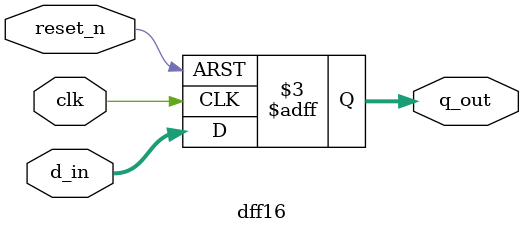
<source format=v>
/*Dff16*/
module dff16(reset_n,clk,d_in,q_out); 

input reset_n,clk; 
input [15:0]d_in; 
output reg [15:0]q_out;  

always @(posedge clk or negedge reset_n) 
begin 
if(!reset_n) 
	q_out<=16'h0; 
else  
	q_out<=d_in; 
end 

endmodule

</source>
